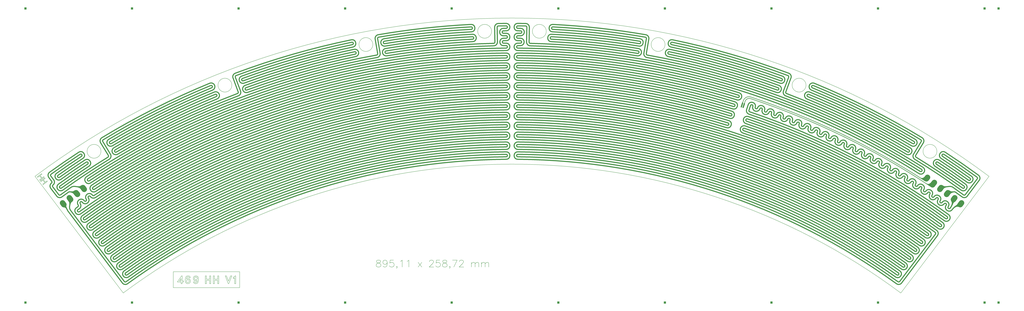
<source format=gbr>
%FSLAX36Y36*%
%MOIN*%
%SFA1.000B1.000*%

%MIA0B0*%
%IPPOS*%
%ADD10C,0.00100*%
%ADD11C,0.00200*%
%ADD12C,0.00400*%
%ADD13C,0.00800*%
%ADD14C,0.01969*%
%ADD15C,0.01600*%
%ADD16C,0.20472*%
%ADD18C,0.04724*%
%ADD20C,0.02362*%
%ADD38C,0.20473*%
%ADD44C,0.04134*%
%ADD45C,0.03976*%
%ADD47C,0.00984*%
%ADD62C,0.01000*%
%ADD68R,0.07874X0.07874*%
%LNcopper.469-hh-v*%
%LPD*%
G54D44*
X5150315Y2930325D03*
X5370720Y2637810D03*
X5317487Y2712275D03*
X5264254Y2786740D03*
X5203576Y2855880D03*
X5196076Y2339135D03*
X5269179Y2394223D03*
X5386398Y2310659D03*
X5332620Y2384731D03*
X5423953Y2563345D03*
X4090385Y5594229D03*
X4063109Y5962134D03*
X3974027Y6122792D03*
X2587546Y6104969D03*
X2633638Y5967754D03*
X2624630Y5903659D03*
X2578550Y6040858D03*
X2551526Y5848571D03*
X3994929Y4467211D03*
X4048316Y4392857D03*
X3259379Y5258407D03*
X3247382Y5173043D03*
X3127118Y5117444D03*
X3152238Y5067755D03*
X3177357Y5018066D03*
X3285105Y5027179D03*
X2999821Y5781036D03*
X2962504Y5527851D03*
X2946324Y5855311D03*
X2892827Y5929586D03*
X2839330Y6003862D03*
X2908539Y5601787D03*
X2845005Y5611211D03*
X2771901Y5556124D03*
X3300387Y5882710D03*
X3313680Y5709698D03*
X3205274Y5703081D03*
X3261977Y5716965D03*
X3713786Y5334157D03*
X3721100Y4834031D03*
X3660958Y4903531D03*
X3607525Y4977852D03*
X3500660Y5126495D03*
X3554093Y5052174D03*
X3607001Y5090117D03*
X3553745Y5164564D03*
X3564363Y5228386D03*
X3638987Y5281395D03*
X3941542Y4541566D03*
X3881330Y4611018D03*
X3827920Y4685356D03*
X3774510Y4759693D03*
X3565219Y5899246D03*
X3441112Y5916689D03*
X3788760Y5386670D03*
X3863908Y5438934D03*
X3939229Y5490949D03*
X4014721Y5542714D03*
X2508702Y6442562D03*
X2562229Y6368309D03*
X2551887Y6304389D03*
X2480318Y6247266D03*
X2874519Y6254167D03*
X2821473Y6328765D03*
X2768427Y6403363D03*
X2927565Y6179569D03*
X2660649Y6160057D03*
X3912647Y6740491D03*
X3862578Y6817118D03*
X3812508Y6893746D03*
X3872332Y6275019D03*
X3962716Y6663863D03*
X3923179Y6198906D03*
X3585624Y7182851D03*
X3685930Y7029705D03*
X3635777Y7106278D03*
X3736082Y6953131D03*
X4542450Y3733463D03*
X4709511Y3515345D03*
X4656198Y3589753D03*
X4602885Y3664160D03*
X4762825Y3440938D03*
X4435773Y3882241D03*
X4382435Y3956630D03*
X4322076Y4025984D03*
X4268713Y4100355D03*
X4215350Y4174727D03*
X4161987Y4249099D03*
X4101703Y4318502D03*
X4489111Y3807852D03*
X5043794Y3079215D03*
X4983200Y3148411D03*
X4929913Y3222837D03*
X4876625Y3297262D03*
X4823338Y3371688D03*
X5097055Y3004770D03*
X4164887Y5809963D03*
X4113998Y5886048D03*
X4153912Y5581975D03*
X4205176Y5506141D03*
X4215776Y5733877D03*
X4440158Y7721660D03*
X4786634Y7502919D03*
X4711968Y6922314D03*
X4393979Y7533055D03*
X4487633Y7643398D03*
X4692677Y7660040D03*
X4472240Y7580530D03*
X4739656Y7581479D03*
X4663992Y7000269D03*
X4679000Y7063204D03*
X4757626Y7110079D03*
X4833612Y7424358D03*
X4882591Y7346994D03*
X4929563Y7268429D03*
X4976535Y7189865D03*
X5023507Y7111300D03*
X8628580Y9328461D03*
X8698375Y9159217D03*
X8663477Y9243839D03*
X9483710Y9273770D03*
X8424705Y9739434D03*
X8529674Y9485682D03*
X8494684Y9570266D03*
X8459694Y9654850D03*
X8593682Y9413083D03*
X9365800Y10109791D03*
X9285245Y9933113D03*
X9370989Y9965154D03*
X9397841Y10024047D03*
X9451119Y9359307D03*
X9477696Y9418096D03*
X9602390Y10002143D03*
X9633887Y9916197D03*
X9563441Y9450137D03*
X9665384Y9830251D03*
X9696881Y9744306D03*
X9730567Y9659162D03*
X9762057Y9573213D03*
X9793547Y9487265D03*
X9825037Y9401317D03*
X13779366Y10906757D03*
X13797867Y10817111D03*
X13816368Y10727465D03*
X13674324Y11258919D03*
X13655725Y11348545D03*
X13760865Y10996404D03*
X13711522Y11079667D03*
X13692923Y11169293D03*
X14967333Y10754988D03*
X14629214Y10836247D03*
X14608208Y10693331D03*
X14592140Y10783445D03*
X14719430Y10851735D03*
X14952423Y10845301D03*
X14626398Y11393607D03*
X14536182Y11378119D03*
X14648273Y11536675D03*
X14663761Y11446459D03*
X14860637Y11386794D03*
X14875554Y11296482D03*
X14890471Y11206171D03*
X14905388Y11115859D03*
X14922604Y11025927D03*
X14937514Y10935614D03*
X18140319Y11280305D03*
X18135670Y11371722D03*
X18131021Y11463139D03*
X18126373Y11554556D03*
X18090270Y11644357D03*
X18085522Y11735769D03*
X18080774Y11827182D03*
X18076026Y11918594D03*
G54D45*
X34032379Y2930325D03*
X33865207Y2712275D03*
X33811974Y2637810D03*
X33796296Y2310659D03*
X33850074Y2384731D03*
X33758741Y2563345D03*
X33918440Y2786740D03*
X33979118Y2855880D03*
X33986618Y2339135D03*
X33913515Y2394223D03*
X19807763Y9302513D03*
G54D44*
X19374931D03*
G54D45*
X19806170Y6922519D03*
G54D44*
X19376524D03*
X19376488Y7654830D03*
X19374903Y7471738D03*
X19375704Y7380206D03*
X19376506Y7288674D03*
X19374084Y7197114D03*
X19374102Y7563270D03*
X19375710Y7014050D03*
X19374897Y7105582D03*
G54D45*
X19806206Y7654830D03*
X19808610Y7197114D03*
X19806189Y7288674D03*
X19806990Y7380206D03*
X19807791Y7471738D03*
X19808592Y7563270D03*
X19806984Y7014050D03*
X19807797Y7105582D03*
G54D44*
X19376454Y8387139D03*
X19374137Y8295581D03*
X19374915Y8204049D03*
X19375693Y8112517D03*
X19375687Y8478672D03*
X19374119Y7929426D03*
X19374909Y7837894D03*
X19375699Y7746362D03*
X19376471Y8020985D03*
G54D45*
X19807001Y8112517D03*
X19807779Y8204049D03*
X19808558Y8295581D03*
X19806240Y8387139D03*
X19807007Y8478672D03*
X19806996Y7746362D03*
X19807785Y7837894D03*
X19808575Y7929426D03*
X19806223Y8020985D03*
G54D44*
X19375677Y9210980D03*
X19376423Y9119448D03*
X19374169Y9027891D03*
X19375682Y8844826D03*
X19376438Y8753294D03*
X19374153Y8661736D03*
X19374920Y8570204D03*
X19374926Y8936358D03*
G54D45*
X19808525Y9027891D03*
X19806272Y9119448D03*
X19807017Y9210980D03*
X19807774Y8570204D03*
X19808541Y8661736D03*
X19806256Y8753294D03*
X19807012Y8844826D03*
X19807769Y8936358D03*
X19808479Y10126352D03*
G54D44*
X19374215D03*
X19374941Y10034820D03*
X19375667Y9943287D03*
X19374200Y9760199D03*
X19374936Y9668666D03*
X19375672Y9577134D03*
X19376407Y9485601D03*
X19374185Y9394045D03*
X19376393Y9851755D03*
G54D45*
X19807027Y9943287D03*
X19807753Y10034820D03*
X19806287Y9485601D03*
X19807023Y9577134D03*
X19807758Y9668666D03*
X19808494Y9760199D03*
X19808509Y9394045D03*
X19806302Y9851755D03*
G54D44*
X19374244Y10858658D03*
X19375657Y10675593D03*
X19376364Y10584060D03*
X19374229Y10492505D03*
X19374946Y10400973D03*
X19376378Y10217908D03*
X19375662Y10309440D03*
X19374950Y10767126D03*
G54D45*
X19808451Y10858658D03*
X19807749Y10400973D03*
X19808465Y10492505D03*
X19806330Y10584060D03*
X19807037Y10675593D03*
X19806316Y10217908D03*
X19807032Y10309440D03*
X19807744Y10767126D03*
G54D44*
X18960252Y11264167D03*
X18917750Y11126110D03*
X18915578Y11217620D03*
X19051774Y11265752D03*
X19274742Y11590043D03*
X19275747Y11498513D03*
X19279083Y11407008D03*
X19280080Y11315478D03*
X19282074Y11132418D03*
X19281077Y11223948D03*
X19273738Y11681572D03*
X18950735Y11813885D03*
X19042256Y11815469D03*
X19085640Y11953544D03*
X19087225Y11862023D03*
X19272733Y11773102D03*
X19374271Y11590963D03*
X19374959Y11499430D03*
X19375648Y11407898D03*
X19376337Y11316365D03*
X19374955Y11133278D03*
X19375653Y11041745D03*
X19376350Y10950213D03*
X19374257Y11224811D03*
X19376324Y11682517D03*
G54D45*
X19808424Y11590963D03*
X19807735Y11499430D03*
X19807046Y11407898D03*
X19806357Y11316365D03*
X19902614Y11315478D03*
X19903612Y11407008D03*
X19906947Y11498513D03*
X19907952Y11590043D03*
X19807739Y11133278D03*
X19807042Y11041745D03*
X19806344Y10950213D03*
X19900620Y11132418D03*
X19808437Y11224811D03*
X19901617Y11223948D03*
X19908956Y11681572D03*
X19806370Y11682517D03*
G54D44*
X19374284Y11957115D03*
X19374964Y11865582D03*
X19375644Y11774050D03*
G54D45*
X19909961Y11773102D03*
X19807050Y11774050D03*
X19807731Y11865582D03*
X19808411Y11957115D03*
X20130920Y11265752D03*
X20222442Y11264167D03*
X20264945Y11126110D03*
X20267117Y11217620D03*
X20097054Y11953544D03*
X20095469Y11862023D03*
X20140438Y11815469D03*
X20231959Y11813885D03*
X21042376Y11280305D03*
X21047024Y11371722D03*
X21051673Y11463139D03*
X21056322Y11554556D03*
X21092424Y11644357D03*
X21097172Y11735769D03*
X21101920Y11827182D03*
X21106668Y11918594D03*
X24230271Y10845301D03*
X24215361Y10754988D03*
X24307140Y11296482D03*
X24322057Y11386794D03*
X24245180Y10935614D03*
X24260090Y11025927D03*
X24277307Y11115859D03*
X24292223Y11206171D03*
X27955028Y9298860D03*
X27656702Y8529053D03*
X27515773Y8093590D03*
X27543085Y8180955D03*
X27570397Y8268321D03*
X27597710Y8355687D03*
X27629375Y8441692D03*
X27684029Y8616414D03*
X27711356Y8703775D03*
X27825002Y9051862D03*
X27900029Y9124246D03*
X27927529Y9211553D03*
X27742977Y8789792D03*
X27770319Y8877149D03*
X27797660Y8964506D03*
X28319920Y8505521D03*
X28290544Y8418827D03*
X28261169Y8332133D03*
X28231794Y8245439D03*
X28206317Y8157424D03*
X28176928Y8070735D03*
X28147540Y7984045D03*
X28118151Y7897356D03*
G54D14*
X28411728Y9230044D03*
G54D45*
X28402902Y8912185D03*
G54D14*
X28404338Y9170258D03*
X28177036Y8984655D03*
X28109668Y9006645D03*
X28137462Y9091794D03*
X28204808Y9069734D03*
G54D45*
X28259322Y8767287D03*
X28346118Y8738214D03*
X28374798Y8680220D03*
X28345436Y8593522D03*
X28315914Y8940677D03*
X28749100Y8793003D03*
X28662696Y8823219D03*
X28576193Y8853149D03*
X28489590Y8882793D03*
X29522092Y8508210D03*
X29093700Y8669276D03*
X29007704Y8700636D03*
X28921605Y8731711D03*
X28835403Y8762500D03*
X29436629Y8540991D03*
X29351056Y8573488D03*
X29265417Y8605809D03*
X29179631Y8637738D03*
X29862848Y8374258D03*
X29777826Y8408170D03*
X29692692Y8441799D03*
X29607448Y8475146D03*
X30201797Y8235800D03*
X30117232Y8270836D03*
X30032552Y8305591D03*
X29947757Y8340065D03*
X29698984Y9273770D03*
X25403328Y10906757D03*
X24463264Y10851735D03*
X24553480Y10836247D03*
X24574486Y10693331D03*
X24590554Y10783445D03*
X25384827Y10817111D03*
X25366326Y10727465D03*
X24534422Y11536675D03*
X24518933Y11446459D03*
X24556296Y11393607D03*
X24646512Y11378119D03*
X25508370Y11258919D03*
X25526969Y11348545D03*
X25421830Y10996404D03*
X25471173Y11079667D03*
X25489771Y11169293D03*
X27982527Y9386167D03*
X29517310Y9830251D03*
X29389147Y9487265D03*
X29420637Y9573213D03*
X29452127Y9659162D03*
X29485813Y9744306D03*
X29357657Y9401317D03*
X29816894Y10109791D03*
X29548807Y9916197D03*
X29580304Y10002143D03*
X29784853Y10024047D03*
X29811705Y9965154D03*
X29619253Y9450137D03*
X29731575Y9359307D03*
X29704998Y9418096D03*
X29897449Y9933113D03*
X30554115Y9328461D03*
X33161336Y6791143D03*
X31703125Y7557636D03*
X31373037Y7716063D03*
X31538343Y7637397D03*
X31455756Y7676867D03*
X31620800Y7597653D03*
X30957520Y7907918D03*
X30538880Y8092859D03*
X30454788Y8129013D03*
X30370575Y8164888D03*
X30286245Y8200484D03*
X30874038Y7945461D03*
X30790432Y7982727D03*
X30706703Y8019715D03*
X30622852Y8056426D03*
X30484319Y9159217D03*
X30519217Y9243839D03*
X31290189Y7754984D03*
X31207212Y7793631D03*
X31124108Y7832002D03*
X31040877Y7870098D03*
X32437949Y7185267D03*
X32031083Y7394847D03*
X31949297Y7435951D03*
X31867374Y7476785D03*
X31785317Y7517347D03*
X32356854Y7227722D03*
X32275620Y7269908D03*
X32194246Y7311825D03*
X32112734Y7353471D03*
X32921518Y6924914D03*
X33081545Y6835998D03*
X33001605Y6880588D03*
X32760905Y7012766D03*
X32680380Y7056293D03*
X32599713Y7099552D03*
X32518901Y7142544D03*
X32841284Y6968973D03*
G54D14*
X34853614Y6118444D03*
G54D45*
X34252782Y3222837D03*
X34138900Y3079215D03*
X34199494Y3148411D03*
X34085639Y3004770D03*
X34473183Y3515345D03*
X34526496Y3589753D03*
X34579809Y3664160D03*
X34306069Y3297262D03*
X34359356Y3371688D03*
X34419870Y3440938D03*
X34571239Y5939048D03*
X34494265Y5988582D03*
X34417127Y6037861D03*
X34339826Y6086883D03*
X35446583Y4505946D03*
X35308908Y4093873D03*
X34640244Y3733463D03*
X34967344Y4174727D03*
X34800260Y3956630D03*
X34860618Y4025984D03*
X34913981Y4100355D03*
X34693583Y3807852D03*
X34746921Y3882241D03*
X35020707Y4249099D03*
X35235804Y4148960D03*
X35226196Y4213500D03*
X35280084Y4287493D03*
X35392679Y4431966D03*
X35331790Y5429778D03*
X34953625Y5687565D03*
G54D14*
X34901654Y6016346D03*
G54D45*
X34801172Y5788918D03*
X34724694Y5839216D03*
X34648049Y5889259D03*
X34877482Y5738368D03*
G54D14*
X35075226Y5901219D03*
G54D45*
X35256500Y5481836D03*
X35181037Y5533645D03*
X35105404Y5585203D03*
X35029599Y5636510D03*
X35481851Y5324914D03*
X35705630Y5165759D03*
X35631213Y5219058D03*
X35556620Y5272110D03*
X35500487Y4579927D03*
X35613049Y4724423D03*
X35666969Y4798392D03*
X35720889Y4872361D03*
X35853999Y5058514D03*
X35779937Y5112305D03*
G54D18*
X35951505Y5157431D03*
X35849917Y5235645D03*
G54D45*
X35406907Y5377471D03*
X35882307Y5882710D03*
X35741582Y5916689D03*
X35977420Y5703081D03*
X35920717Y5716965D03*
X33872644Y6375613D03*
X33320471Y6700640D03*
X33240979Y6746023D03*
X33479002Y6609084D03*
X33399813Y6654993D03*
X33794226Y6422829D03*
X33715653Y6469784D03*
X33636923Y6516479D03*
X33558040Y6562912D03*
X34470726Y6922314D03*
X34106953Y6232410D03*
X34029009Y6280403D03*
X33950905Y6328138D03*
X34184738Y6184158D03*
X34262362Y6135649D03*
X34253131Y7268429D03*
X34206159Y7189865D03*
X34159188Y7111300D03*
X34490017Y7660040D03*
X34300103Y7346994D03*
X34349082Y7424358D03*
X34396060Y7502919D03*
X34443039Y7581479D03*
X34503694Y7063204D03*
X34518702Y7000269D03*
X34425530Y7110840D03*
X34742536Y7721660D03*
X35320117Y6817118D03*
G54D14*
X34673562Y6235030D03*
G54D45*
X34770144Y6627077D03*
X34721044Y6549824D03*
X34671944Y6472572D03*
X34622844Y6395320D03*
X35270047Y6740491D03*
X35219978Y6663863D03*
X34695061Y7643398D03*
X34788716Y7533055D03*
X34710454Y7580530D03*
X35370186Y6893746D03*
X35597070Y7182851D03*
X35446612Y6953131D03*
X35496764Y7029705D03*
X35546917Y7106278D03*
X30589012Y9413083D03*
X30653020Y9485682D03*
X30688010Y9570266D03*
X30723000Y9654850D03*
X30757989Y9739434D03*
X36403219Y6073557D03*
X36410793Y5556124D03*
X36343364Y6003862D03*
X36289868Y5929586D03*
X36236371Y5855311D03*
X36182874Y5781036D03*
X36337690Y5611211D03*
X36220190Y5527851D03*
X36274155Y5601787D03*
X36768884Y6260606D03*
X36778439Y6196105D03*
X36563770Y6296339D03*
X36456736Y6147818D03*
X36510253Y6222078D03*
X36822878Y6334521D03*
X36851542Y6141018D03*
G54D62*
X5228883Y1968504D03*
X1971004Y6291856D03*
X33953811Y1968504D03*
X37211690Y6291856D03*
G54D68*
X1616673Y12509103D03*
X5553681D03*
X9490689D03*
X13427697D03*
X17364705D03*
X21301713D03*
X25238720D03*
X29175728D03*
X33112736D03*
X37049744D03*
X37566021D03*
X1616673Y1614173D03*
X5553681D03*
X9490689D03*
X13427697D03*
X17364705D03*
X21301713D03*
X25238720D03*
X29175728D03*
X33112736D03*
X37049744D03*
X37566021D03*
G54D44*
X3313680Y5709698D02*
G01X3261977Y5716965D01*
Y5716965D02*
G75*
G03X3205274Y5703080I-10958J-77974D01*
Y5703081D02*
G03X2962504Y5527852I16386074J-22957761D01*
X2771901Y5556124D02*
G03X2962504Y5527851I109655J82631D01*
X2771901Y5556124D02*
G01X2551526Y5848571D01*
X2578550Y6040858D02*
G03X2551526Y5848571I82631J-109655D01*
X2578550Y6040858D02*
G03X2587546Y6104969I-27593J36558D01*
Y6104969D02*
G01X2480318Y6247266D01*
X2508702Y6442562D02*
G03X2480318Y6247266I80291J-111380D01*
X3585624Y7182851D02*
G03X2508701Y6442563I16005723J-24437526D01*
X3736082Y6953131D02*
G03X3585624Y7182851I-75229J114860D01*
X3736082Y6953131D02*
G03X2821473Y6328765I15855267J-24207810D01*
Y6328765D02*
G03X2874519Y6254167I26523J-37299D01*
X3812508Y6893746D02*
G03X2874519Y6254167I15778839J-24148420D01*
X3962716Y6663863D02*
G03X3812508Y6893745I-75104J114941D01*
X3962716Y6663863D02*
G03X2892827Y5929587I15628630J-23918540D01*
Y5929586D02*
G03X2946324Y5855311I26748J-37138D01*
X4663992Y7000269D02*
G03X2946324Y5855311I14927355J-24254946D01*
X4663992Y7000269D02*
G03X4679000Y7063204I-23988J38977D01*
Y7063204D02*
G01X4393979Y7533055D01*
X4440158Y7721660D02*
G03X4393979Y7533055I71213J-117392D01*
X8424705Y9739434D02*
G03X4440158Y7721660I11166642J-26994110D01*
X8529674Y9485682D02*
G03X8424705Y9739434I-52484J126876D01*
X8529674Y9485682D02*
G03X4739656Y7581480I11061672J-26740358D01*
Y7581479D02*
G03X4786634Y7502919I23489J-39280D01*
X8593682Y9413083D02*
G03X4786634Y7502919I10997665J-26667759D01*
X8698375Y9159217D02*
G03X8593682Y9413083I-52346J126933D01*
X8698375Y9159217D02*
G03X4929563Y7268429I10892972J-26413894D01*
Y7268429D02*
G03X4976535Y7189865I23486J-39282D01*
X9451119Y9359307D02*
G03X4976535Y7189865I10140229J-26613983D01*
X9451119Y9359307D02*
G03X9477696Y9418096I-16295J42768D01*
Y9418096D02*
G01X9285245Y9933113D01*
X9365800Y10109791D02*
G03X9285245Y9933113I48062J-128617D01*
X13655725Y11348545D02*
G03X9365800Y10109791I5935622J-28603221D01*
X13711522Y11079667D02*
G03X13655725Y11348545I-27899J134439D01*
X13711522Y11079667D02*
G03X9633887Y9916197I5879825J-28334343D01*
Y9916197D02*
G03X9665384Y9830251I15748J-42973D01*
X13760865Y10996404D02*
G03X9665384Y9830251I5830482J-28251081D01*
X13816368Y10727465D02*
G03X13760865Y10996404I-27751J134470D01*
X13816368Y10727465D02*
G03X9762057Y9573213I5774979J-27982142D01*
Y9573213D02*
G03X9793547Y9487265I15745J-42974D01*
X14592140Y10783445D02*
G03X9793547Y9487265I4999207J-28038122D01*
X14592140Y10783445D02*
G03X14629214Y10836247I-8034J45057D01*
Y10836247D02*
G01X14536182Y11378119D01*
X14648273Y11536675D02*
G03X14536182Y11378119I23232J-135323D01*
X18076026Y11918594D02*
G03X14648273Y11536675I1515321J-29173270D01*
X18090270Y11644357D02*
G03X18076026Y11918594I-7122J137118D01*
X18090270Y11644357D02*
G03X14875554Y11296482I1501076J-28899034D01*
Y11296482D02*
G03X14890471Y11206170I7458J-45156D01*
X18126373Y11554556D02*
G03X14890471Y11206170I1464975J-28809231D01*
X18140319Y11280305D02*
G03X18126373Y11554555I-6973J137125D01*
X18140319Y11280305D02*
G03X14937514Y10935614I1451028J-28534980D01*
Y10935614D02*
G03X14952423Y10845301I7454J-45157D01*
X18915578Y11217620D02*
G03X14952423Y10845301I675769J-28472295D01*
X18915578Y11217620D02*
G03X18960252Y11264167I-1087J45754D01*
Y11264167D02*
G01X18950735Y11813885D01*
X19085640Y11953544D02*
G03X18950735Y11813885I2377J-137282D01*
X19374284Y11957115D02*
G03X19085640Y11953544I217061J-29211788D01*
X19376324Y11682517D02*
G03X19374284Y11957115I-1020J137299D01*
X19376324Y11682517D02*
G03X19273738Y11681573I215037J-28937183D01*
Y11681572D02*
G03X19274742Y11590043I502J-45765D01*
X19374271Y11590963D02*
G03X19274742Y11590042I217091J-28845639D01*
X19376337Y11316365D02*
G03X19374271Y11590963I-1033J137299D01*
X19376337Y11316365D02*
G03X19280080Y11315478I215003J-28571015D01*
Y11315478D02*
G03X19281077Y11223948I499J-45765D01*
X19374257Y11224811D02*
G03X19281077Y11223948I217080J-28479477D01*
X19376350Y10950213D02*
G03X19374257Y11224811I-1046J137299D01*
X19376350Y10950213D02*
G03X3923179Y6198906I214997J-28204889D01*
Y6198906D02*
G03X3974027Y6122792I25424J-38057D01*
X19374244Y10858658D02*
G03X3974027Y6122792I217103J-28113335D01*
X19376364Y10584060D02*
G03X19374244Y10858658I-1060J137299D01*
X19376364Y10584060D02*
G03X4113998Y5886048I214983J-27838737D01*
Y5886048D02*
G03X4164887Y5809963I25444J-38043D01*
X19374229Y10492505D02*
G03X4164887Y5809962I217118J-27747181D01*
X19376378Y10217908D02*
G03X19374229Y10492505I-1075J137298D01*
X19376378Y10217908D02*
G03X4205176Y5506141I214969J-27472584D01*
X4014721Y5542714D02*
G03X4205176Y5506141I113559J77178D01*
X4014721Y5542714D02*
G03X3939229Y5490949I-37746J-25883D01*
X3713786Y5334157D02*
G03X3939230Y5490949I112722J78396D01*
X3713786Y5334157D02*
G03X3638987Y5281395I-37400J-26381D01*
X3607001Y5090117D02*
G03X3638987Y5281395I-79884J111672D01*
X3607001Y5090117D02*
G03X3554093Y5052174I15984356J-22344770D01*
Y5052174D02*
G03X3607525Y4977852I26716J-37161D01*
X19374215Y10126352D02*
G03X3607525Y4977852I217132J-27381029D01*
X19376393Y9851755D02*
G03X19374215Y10126352I-1089J137298D01*
X19376393Y9851755D02*
G03X3774510Y4759693I214954J-27106431D01*
Y4759693D02*
G03X3827920Y4685355I26705J-37169D01*
X19374200Y9760199D02*
G03X3827920Y4685356I217147J-27014875D01*
X19376407Y9485601D02*
G03X19374200Y9760199I-1103J137299D01*
X19376407Y9485601D02*
G03X3994929Y4467211I214940J-26740278D01*
Y4467211D02*
G03X4048316Y4392857I26693J-37177D01*
X19374185Y9394045D02*
G03X4048316Y4392857I217162J-26648721D01*
X19376423Y9119448D02*
G03X19374185Y9394045I-1119J137298D01*
X19376423Y9119448D02*
G03X4215350Y4174727I214924J-26374124D01*
Y4174727D02*
G03X4268713Y4100355I26681J-37186D01*
X19374169Y9027891D02*
G03X4268713Y4100356I217178J-26282568D01*
X19376438Y8753294D02*
G03X19374169Y9027891I-1135J137298D01*
X19376438Y8753294D02*
G03X4435773Y3882241I214909J-26007970D01*
Y3882241D02*
G03X4489111Y3807852I26669J-37195D01*
X19374153Y8661736D02*
G03X4489111Y3807851I217194J-25916412D01*
X19376454Y8387139D02*
G03X19374153Y8661736I-1151J137298D01*
X19376454Y8387139D02*
G03X4656198Y3589752I214893J-25641816D01*
Y3589753D02*
G03X4709511Y3515344I26657J-37204D01*
X19374137Y8295581D02*
G03X4709511Y3515345I217210J-25550258D01*
X19376471Y8020985D02*
G03X19374137Y8295581I-1167J137298D01*
X19376471Y8020985D02*
G03X4876625Y3297262I214876J-25275661D01*
Y3297262D02*
G03X4929913Y3222837I26644J-37213D01*
X19374119Y7929426D02*
G03X4929913Y3222837I217228J-25184102D01*
X19376488Y7654830D02*
G03X19374119Y7929426I-1185J137298D01*
X19376488Y7654830D02*
G03X5097055Y3004770I214859J-24909506D01*
Y3004770D02*
G03X5150315Y2930325I26630J-37223D01*
X19374102Y7563270D02*
G03X5150315Y2930325I217245J-24817947D01*
X19376506Y7288674D02*
G03X19374102Y7563270I-1202J137298D01*
X19376506Y7288674D02*
G03X5317487Y2712275I214841J-24543351D01*
Y2712275D02*
G03X5370720Y2637810I26616J-37233D01*
X19374084Y7197114D02*
G03X5370720Y2637810I217263J-24451791D01*
X19376524Y6922519D02*
G03X19374084Y7197114I-1220J137297D01*
X19376524Y6922519D02*
G03X5386398Y2310659I214823J-24177195D01*
X5196076Y2339135D02*
G03X5386398Y2310659I109655J82632D01*
X5196076Y2339135D02*
G01X3177357Y5018066D01*
X3152238Y5067755D02*
G03X3177357Y5018066I150888J45085D01*
X3152238Y5067755D02*
G03X3127119Y5117444I-150889J-45085D01*
X3565219Y5899246D02*
G01X3441112Y5916689D01*
Y5916689D02*
G03X3300387Y5882710I-27396J-194935D01*
Y5882710D02*
G03X2908539Y5601787I16290958J-23137384D01*
X2845005Y5611211D02*
G03X2908539Y5601787I36551J27544D01*
X2845005Y5611211D02*
G01X2624630Y5903659D01*
X2633638Y5967754D02*
G03X2624630Y5903659I27544J-36551D01*
X2633638Y5967754D02*
G03X2660649Y6160057I-82680J109662D01*
Y6160057D02*
G01X2551887Y6304389D01*
X2562229Y6368309D02*
G03X2551887Y6304389I26764J-37127D01*
X3635777Y7106278D02*
G03X2562229Y6368309I15955568J-24360955D01*
X3685930Y7029705D02*
G03X3635777Y7106278I-25077J38286D01*
X3685930Y7029705D02*
G03X2768427Y6403363I15905415J-24284379D01*
Y6403363D02*
G03X2927565Y6179569I79569J-111897D01*
X3862578Y6817118D02*
G03X2927565Y6179569I15728769J-24071793D01*
X3912647Y6740491D02*
G03X3862578Y6817118I-25034J38313D01*
X3912647Y6740491D02*
G03X2839330Y6003862I15678701J-23995166D01*
Y6003862D02*
G03X2999821Y5781036I80245J-111413D01*
X4711968Y6922314D02*
G03X2999821Y5781036I14879379J-24176988D01*
X4711968Y6922314D02*
G03X4757626Y7110079I-71965J116933D01*
Y7110079D02*
G01X4472240Y7580530D01*
X4487633Y7643398D02*
G03X4472240Y7580530I23738J-39131D01*
X8459694Y9654850D02*
G03X4487633Y7643398I11131653J-26909527D01*
X8494684Y9570266D02*
G03X8459694Y9654850I-17495J42292D01*
X8494684Y9570266D02*
G03X4692677Y7660040I11096662J-26824942D01*
Y7660040D02*
G03X4833612Y7424358I70467J-117841D01*
X8628580Y9328461D02*
G03X4833612Y7424358I10962767J-26583138D01*
X8663477Y9243839D02*
G03X8628580Y9328461I-17448J42311D01*
X8663477Y9243839D02*
G03X4882591Y7346994I10927870J-26498516D01*
Y7346994D02*
G03X5023507Y7111300I70458J-117847D01*
X9483710Y9273770D02*
G03X5023507Y7111300I10107638J-26528447D01*
X9483710Y9273770D02*
G03X9563441Y9450137I-48886J128306D01*
Y9450137D02*
G01X9370989Y9965154D01*
X9397841Y10024047D02*
G03X9370989Y9965154I16020J-42872D01*
X13674324Y11258919D02*
G03X9397841Y10024046I5917023J-28513595D01*
X13692923Y11169293D02*
G03X13674324Y11258919I-9300J44813D01*
X13692923Y11169293D02*
G03X9602390Y10002143I5898424J-28423969D01*
Y10002143D02*
G03X9696881Y9744305I47245J-128919D01*
X13779366Y10906757D02*
G03X9696881Y9744305I5811981J-28161433D01*
X13797867Y10817111D02*
G03X13779366Y10906757I-9250J44823D01*
X13797867Y10817111D02*
G03X9730567Y9659162I5793480J-28071787D01*
Y9659162D02*
G03X9825037Y9401317I47235J-128923D01*
X14608208Y10693331D02*
G03X9825037Y9401317I4983139J-27948007D01*
X14608208Y10693331D02*
G03X14719430Y10851735I-24101J135171D01*
Y10851735D02*
G01X14626398Y11393607D01*
X14663761Y11446459D02*
G03X14626398Y11393607I7745J-45108D01*
X18080774Y11827182D02*
G03X14663761Y11446460I1510572J-29081858D01*
X18085522Y11735769D02*
G03X18080774Y11827183I-2374J45707D01*
X18085522Y11735769D02*
G03X14860637Y11386794I1505824J-28990445D01*
Y11386794D02*
G03X14905388Y11115859I22375J-135468D01*
X18131021Y11463139D02*
G03X14905388Y11115859I1460327J-28717814D01*
X18135670Y11371722D02*
G03X18131021Y11463139I-2324J45708D01*
X18135670Y11371722D02*
G03X14922604Y11025927I1455677J-28626398D01*
Y11025927D02*
G03X14967333Y10754987I22364J-135470D01*
X18917750Y11126110D02*
G03X14967333Y10754987I673597J-28380786D01*
X18917750Y11126110D02*
G03X19051774Y11265752I-3258J137264D01*
Y11265752D02*
G01X19042256Y11815469D01*
X19087225Y11862023D02*
G03X19042256Y11815469I792J-45761D01*
X19374964Y11865582D02*
G03X19087225Y11862022I216388J-29120252D01*
X19375644Y11774050D02*
G03X19374964Y11865582I-340J45766D01*
X19375644Y11774050D02*
G03X19272733Y11773103I215708J-29028743D01*
Y11773102D02*
G03X19275747Y11498513I1507J-137294D01*
X19374959Y11499430D02*
G03X19275747Y11498512I216366J-28754103D01*
X19375648Y11407898D02*
G03X19374959Y11499430I-345J45766D01*
X19375648Y11407898D02*
G03X19279083Y11407009I215696J-28662570D01*
Y11407008D02*
G03X19282074Y11132418I1496J-137295D01*
X19374955Y11133278D02*
G03X19282074Y11132418I216387J-28387939D01*
X19375653Y11041745D02*
G03X19374955Y11133278I-349J45766D01*
X19375653Y11041745D02*
G03X3872332Y6275019I215694J-28296422D01*
Y6275019D02*
G03X4024874Y6046679I76271J-114170D01*
X19374950Y10767126D02*
G03X4024874Y6046679I216397J-28021802D01*
X19375657Y10675593D02*
G03X19374950Y10767127I-354J45767D01*
X19375657Y10675593D02*
G03X4063109Y5962134I215690J-27930269D01*
Y5962134D02*
G03X4215776Y5733877I76333J-114129D01*
X19374946Y10400973D02*
G03X4215776Y5733877I216401J-27655649D01*
X19375662Y10309440D02*
G03X19374946Y10400973I-358J45766D01*
X19375662Y10309440D02*
G03X4153912Y5581975I215685J-27564117D01*
X4090385Y5594229D02*
G03X4153912Y5581975I37895J25663D01*
X4090385Y5594229D02*
G03X3863909Y5438935I-113238J-77647D01*
X3788760Y5386670D02*
G03X3863908Y5438934I37574J26132D01*
X3788760Y5386670D02*
G03X3564363Y5228386I-112199J-79142D01*
X3553745Y5164564D02*
G03X3564363Y5228386I-26628J37224D01*
X3553745Y5164564D02*
G03X3500660Y5126495I16037583J-22419242D01*
Y5126495D02*
G03X3660958Y4903531I80149J-111482D01*
X19374941Y10034820D02*
G03X3660958Y4903531I216406J-27289496D01*
X19375667Y9943287D02*
G03X19374941Y10034821I-363J45767D01*
X19375667Y9943287D02*
G03X3721100Y4834031I215680J-27197964D01*
Y4834031D02*
G03X3881330Y4611018I80115J-111507D01*
X19374936Y9668666D02*
G03X3881330Y4611017I216411J-26923342D01*
X19375672Y9577134D02*
G03X19374936Y9668666I-368J45766D01*
X19375672Y9577134D02*
G03X3941542Y4541566I215675J-26831810D01*
Y4541566D02*
G03X4101703Y4318502I80080J-111532D01*
X19374931Y9302513D02*
G03X4101702Y4318503I216416J-26557190D01*
X19375677Y9210980D02*
G03X19374931Y9302514I-373J45767D01*
X19375677Y9210980D02*
G03X4161987Y4249099I215670J-26465657D01*
Y4249099D02*
G03X4322075Y4025985I80044J-111557D01*
X19374926Y8936358D02*
G03X4322076Y4025984I216421J-26191034D01*
X19375682Y8844826D02*
G03X19374926Y8936358I-378J45766D01*
X19375682Y8844826D02*
G03X4382435Y3956630I215665J-26099503D01*
Y3956630D02*
G03X4542450Y3733463I80007J-111584D01*
X19374920Y8570204D02*
G03X4542450Y3733463I216427J-25824880D01*
X19375687Y8478672D02*
G03X19374920Y8570204I-384J45766D01*
X19375687Y8478672D02*
G03X4602885Y3664160I215660J-25733348D01*
Y3664160D02*
G03X4762825Y3440938I79970J-111611D01*
X19374915Y8204049D02*
G03X4762825Y3440938I216433J-25458726D01*
X19375693Y8112517D02*
G03X19374915Y8204049I-389J45766D01*
X19375693Y8112517D02*
G03X4823338Y3371688I215654J-25367194D01*
Y3371688D02*
G03X4983200Y3148411I79931J-111639D01*
X19374909Y7837894D02*
G03X4983200Y3148411I216438J-25092570D01*
X19375699Y7746362D02*
G03X19374909Y7837894I-395J45766D01*
X19375699Y7746362D02*
G03X5043794Y3079215I215648J-25001038D01*
Y3079215D02*
G03X5203576Y2855880I79891J-111668D01*
X19374903Y7471738D02*
G03X5203576Y2855880I216444J-24726414D01*
X19375704Y7380206D02*
G03X19374903Y7471738I-400J45766D01*
X19375704Y7380206D02*
G03X5264254Y2786740I215643J-24634883D01*
Y2786740D02*
G03X5423953Y2563345I79849J-111697D01*
X19374897Y7105582D02*
G03X5423953Y2563345I216450J-24360259D01*
X19375710Y7014050D02*
G03X19374897Y7105582I-406J45766D01*
X19375710Y7014050D02*
G03X5332620Y2384730I215637J-24268727D01*
X5269179Y2394223D02*
G03X5332620Y2384731I36552J27544D01*
X5269179Y2394223D02*
G01X3285105Y5027179D01*
X3247382Y5173043D02*
G03X3285105Y5027179I194935J-27396D01*
X3247382Y5173043D02*
G01X3259379Y5258407D01*
G54D18*
X3422611Y5641380D02*
G03X3313680Y5709699I-130848J-87629D01*
Y5709698D02*
G01X3488035Y5685194D01*
X3313680Y5709698D02*
G03X3437222Y5745345I21917J155948D01*
G54D16*
X3283883Y5432762D02*
G01X3236496Y5495646D01*
G54D18*
X3327697Y5367338D02*
G03X3259379Y5258407I87630J-130848D01*
Y5258407D02*
G01X3283883Y5432762D01*
X3259379Y5258407D02*
G03X3223732Y5381949I-155948J21917D01*
G54D16*
X3032344Y5243213D02*
G01X2984957Y5306098D01*
G54D18*
X3127118Y5117444D02*
G03X3032523Y5164474I-94327J-71080D01*
X3107985Y5221338D02*
G03X3127119Y5117444I113461J-32813D01*
X3127118D02*
G01X3032344Y5243214D01*
G54D20*
X3271190Y5258406D02*
G03X3271190Y5258406I-11811D01*
G54D18*
X3565219Y5899246D02*
G03X3688761Y5934893I21917J155948D01*
X3565218Y5899246D02*
G01X3739573Y5874742D01*
G54D38*
X3786960Y5811858D02*
G01X3739573Y5874742D01*
G54D18*
X3674149Y5830928D02*
G03X3565219Y5899246I-130848J-87629D01*
G54D16*
X3535421Y5622310D02*
G01X3488035Y5685194D01*
G54D45*
X35617476Y5899246D02*
G01X35741582Y5916689D01*
X35882307Y5882710D02*
G03X35741582Y5916689I-113329J-160956D01*
X36274155Y5601787D02*
G03X35882307Y5882710I-16682806J-22856461D01*
X36274155Y5601787D02*
G03X36337690Y5611211I26983J36968D01*
Y5611211D02*
G01X36778439Y6196105D01*
Y6196105D02*
G03X36768884Y6260606I-36552J27543D01*
Y6260606D02*
G03X35546917Y7106278I-17177537J-23515282D01*
Y7106278D02*
G03X35496764Y7029705I-25076J-38287D01*
X36563770Y6296339D02*
G03X35496764Y7029705I-16972422J-23551013D01*
X36403219Y6073557D02*
G03X36563770Y6296339I80275J111391D01*
X36403219Y6073557D02*
G03X35320117Y6817118I-16811870J-23328232D01*
Y6817118D02*
G03X35270046Y6740490I-25035J-38314D01*
X36343364Y6003862D02*
G03X35270047Y6740491I-16752018J-23258540D01*
X36182874Y5781036D02*
G03X36343364Y6003862I80245J111413D01*
X36182874Y5781036D02*
G03X34470726Y6922314I-16591526J-23035712D01*
X34425530Y7110840D02*
G03X34470726Y6922314I117161J-71593D01*
X34425530Y7110840D02*
G01X34710454Y7580530D01*
Y7580530D02*
G03X34695061Y7643398I-39131J23737D01*
Y7643398D02*
G03X30723000Y9654850I-15103714J-24898075D01*
Y9654850D02*
G03X30688010Y9570266I-17495J-42292D01*
X34490017Y7660040D02*
G03X30688010Y9570266I-14898669J-24914716D01*
X34349082Y7424358D02*
G03X34490017Y7660040I70468J117841D01*
X34349082Y7424358D02*
G03X30554115Y9328461I-14757735J-24679035D01*
Y9328461D02*
G03X30519217Y9243839I-17449J-42311D01*
X34300103Y7346994D02*
G03X30519217Y9243839I-14708756J-24601671D01*
X34159188Y7111300D02*
G03X34300103Y7346994I70457J117847D01*
X34159188Y7111300D02*
G03X29698984Y9273770I-14567841J-24365977D01*
X29619253Y9450137D02*
G03X29698984Y9273770I128617J-48061D01*
X29619253Y9450137D02*
G01X29811705Y9965154D01*
Y9965154D02*
G03X29784853Y10024047I-42872J16021D01*
Y10024047D02*
G03X25508370Y11258920I-10193506J-27278723D01*
Y11258919D02*
G03X25489771Y11169293I-9299J-44813D01*
X29580304Y10002143D02*
G03X25489771Y11169293I-9988957J-27256820D01*
X29485813Y9744306D02*
G03X29580304Y10002143I47245J128918D01*
X29485813Y9744306D02*
G03X25403328Y10906758I-9894466J-26998982D01*
Y10906757D02*
G03X25384827Y10817111I-9251J-44823D01*
X29452127Y9659162D02*
G03X25384827Y10817111I-9860780J-26913839D01*
X29357657Y9401317D02*
G03X29452127Y9659161I47235J128922D01*
X29357657Y9401317D02*
G03X24574486Y10693331I-9766310J-26655993D01*
X24463264Y10851735D02*
G03X24574486Y10693331I135323J-23233D01*
X24463264Y10851735D02*
G01X24556296Y11393607D01*
Y11393607D02*
G03X24518933Y11446459I-45108J7744D01*
Y11446459D02*
G03X21101920Y11827181I-4927585J-28701135D01*
Y11827182D02*
G03X21097172Y11735770I-2374J-45706D01*
X24322057Y11386794D02*
G03X21097172Y11735769I-4730709J-28641470D01*
X24277307Y11115859D02*
G03X24322057Y11386793I22375J135467D01*
X24277307Y11115859D02*
G03X21051673Y11463139I-4685960J-28370535D01*
Y11463139D02*
G03X21047024Y11371722I-2324J-45709D01*
X24260090Y11025927D02*
G03X21047024Y11371722I-4668743J-28280603D01*
X24215361Y10754988D02*
G03X24260090Y11025926I22365J135469D01*
X24215361Y10754988D02*
G03X20264945Y11126111I-4624014J-28009664D01*
X20130920Y11265752D02*
G03X20264945Y11126110I137282J-2377D01*
X20130920Y11265752D02*
G01X20140438Y11815469D01*
Y11815469D02*
G03X20095469Y11862023I-45761J792D01*
Y11862023D02*
G03X19807731Y11865583I-504127J-29116683D01*
Y11865582D02*
G03X19807050Y11774050I-340J-45766D01*
X19909961Y11773102D02*
G03X19807050Y11774049I-318619J-29027768D01*
X19906947Y11498513D02*
G03X19909961Y11773102I1507J137294D01*
X19906947Y11498513D02*
G03X19807735Y11499431I-315578J-28753186D01*
Y11499430D02*
G03X19807046Y11407898I-344J-45766D01*
X19903612Y11407008D02*
G03X19807046Y11407897I-312262J-28661680D01*
X19900620Y11132418D02*
G03X19903612Y11407008I1496J137295D01*
X19900620Y11132418D02*
G03X19807739Y11133278I-309268J-28387079D01*
Y11133278D02*
G03X19807042Y11041745I-349J-45767D01*
X34770144Y6627077D02*
G03X19807042Y11041745I-15178796J-23881754D01*
X34622844Y6395320D02*
G03X34770144Y6627077I73650J115879D01*
X34622844Y6395320D02*
G03X19807744Y10767126I-15031497J-23649997D01*
Y10767126D02*
G03X19807037Y10675594I-353J-45766D01*
X27982527Y9386167D02*
G03X19807037Y10675592I-8391180J-26640843D01*
X27900029Y9124246D02*
G03X27982527Y9386167I41249J130960D01*
X27900029Y9124246D02*
G03X19807749Y10400972I-8308682J-26378923D01*
Y10400973D02*
G03X19807032Y10309440I-359J-45767D01*
X27825002Y9051862D02*
G03X19807032Y10309440I-8233655J-26306538D01*
X27742977Y8789792D02*
G03X27825002Y9051862I41012J131035D01*
X27742977Y8789792D02*
G03X19807753Y10034819I-8151630J-26044469D01*
Y10034820D02*
G03X19807027Y9943288I-363J-45766D01*
X27711356Y8703775D02*
G03X19807027Y9943288I-8120010J-25958451D01*
X27629375Y8441692D02*
G03X27711356Y8703775I40990J131041D01*
X27629375Y8441692D02*
G03X19807758Y9668667I-8038028J-25696368D01*
Y9668666D02*
G03X19807023Y9577134I-368J-45766D01*
X27597710Y8355687D02*
G03X19807023Y9577134I-8006362J-25610363D01*
X27515773Y8093590D02*
G03X27597710Y8355686I40968J131048D01*
X27515773Y8093590D02*
G03X19807763Y9302513I-7924426J-25348266D01*
Y9302513D02*
G03X19807017Y9210981I-373J-45766D01*
X35020707Y4249099D02*
G03X19807017Y9210980I-15429360J-21503776D01*
X34860618Y4025984D02*
G03X35020708Y4249100I80045J111558D01*
X34860618Y4025984D02*
G03X19807769Y8936359I-15269271J-21280660D01*
Y8936358D02*
G03X19807012Y8844826I-378J-45766D01*
X34800260Y3956630D02*
G03X19807012Y8844826I-15208913J-21211307D01*
X34640244Y3733463D02*
G03X34800260Y3956630I80008J111583D01*
X34640244Y3733463D02*
G03X19807774Y8570204I-15048897J-20988139D01*
Y8570204D02*
G03X19807007Y8478672I-384J-45766D01*
X34579809Y3664160D02*
G03X19807007Y8478672I-14988462J-20918836D01*
X34419870Y3440938D02*
G03X34579809Y3664159I79969J111611D01*
X34419870Y3440938D02*
G03X19807779Y8204049I-14828523J-20695615D01*
Y8204049D02*
G03X19807001Y8112517I-389J-45766D01*
X34359356Y3371688D02*
G03X19807001Y8112517I-14768009J-20626365D01*
X34199494Y3148411D02*
G03X34359356Y3371688I79931J111638D01*
X34199494Y3148411D02*
G03X19807785Y7837894I-14608147J-20403087D01*
Y7837894D02*
G03X19806996Y7746362I-395J-45766D01*
X34138900Y3079215D02*
G03X19806996Y7746362I-14547552J-20333891D01*
X33979118Y2855880D02*
G03X34138900Y3079215I79891J111667D01*
X33979118Y2855880D02*
G03X19807791Y7471738I-14387771J-20110556D01*
Y7471738D02*
G03X19806990Y7380206I-401J-45766D01*
X33918440Y2786740D02*
G03X19806990Y7380206I-14327093J-20041417D01*
X33758741Y2563345D02*
G03X33918440Y2786740I79849J111697D01*
X33758741Y2563345D02*
G03X19807797Y7105582I-14167394J-19818022D01*
Y7105582D02*
G03X19806984Y7014050I-407J-45766D01*
X33850074Y2384731D02*
G03X19806984Y7014051I-14258727J-19639408D01*
X33850074Y2384731D02*
G03X33913515Y2394223I26889J37036D01*
Y2394223D02*
G01X35235804Y4148960D01*
Y4148960D02*
G03X35226196Y4213500I-36552J27544D01*
Y4213500D02*
G03X28118151Y7897356I-15634849J-21468176D01*
X28206317Y8157424D02*
G03X28118151Y7897356I-44083J-130034D01*
X35392679Y4431966D02*
G03X28206317Y8157424I-15801332J-21686642D01*
X35392679Y4431966D02*
G03X35446583Y4505946I26952J36990D01*
Y4505946D02*
G03X28231794Y8245439I-15855236J-21760623D01*
X28319920Y8505521D02*
G03X28231794Y8245439I-44063J-130041D01*
X35613049Y4724423D02*
G03X28319920Y8505521I-16021702J-21979099D01*
X35613049Y4724423D02*
G03X35666969Y4798392I26960J36984D01*
Y4798392D02*
G03X28345436Y8593522I-16075622J-22053069D01*
X28259322Y8767287D02*
G03X28345436Y8593522I130158J-43717D01*
X28259322Y8767287D02*
G01X28315914Y8940677D01*
X28576193Y8853149D02*
G03X28315914Y8940677I-130140J43764D01*
X28576193Y8853149D02*
G03X28662696Y8823219I43251J-14965D01*
X28921605Y8731711D02*
G03X28662696Y8823219I-129455J45754D01*
X28921605Y8731711D02*
G03X29007704Y8700636I43049J-15538D01*
X29265417Y8605809D02*
G03X29007704Y8700636I-128857J47413D01*
X29265417Y8605809D02*
G03X29351056Y8573488I42820J-16160D01*
X29607448Y8475146D02*
G03X29351056Y8573488I-128196J49171D01*
X29607448Y8475146D02*
G03X29692692Y8441799I42622J-16673D01*
X29947757Y8340065D02*
G03X29692691Y8441799I-127533J50867D01*
X29947757Y8340065D02*
G03X30032552Y8305591I42397J-17237D01*
X30286245Y8200484D02*
G03X30032552Y8305591I-126846J52553D01*
X30286245Y8200484D02*
G03X30370575Y8164888I42165J-17798D01*
X30622852Y8056426D02*
G03X30370575Y8164888I-126138J54231D01*
X30622852Y8056426D02*
G03X30706703Y8019715I41925J-18356D01*
X30957520Y7907918D02*
G03X30706703Y8019715I-125409J55898D01*
X30957520Y7907918D02*
G03X31040877Y7870098I41678J-18910D01*
X31290189Y7754984D02*
G03X31040877Y7870098I-124656J57557D01*
X31290189Y7754984D02*
G03X31373037Y7716063I41424J-19461D01*
X31620800Y7597653D02*
G03X31373037Y7716063I-123881J59205D01*
X31620800Y7597653D02*
G03X31703125Y7557636I41162J-20009D01*
X31949297Y7435951D02*
G03X31703125Y7557636I-123086J60843D01*
X31949297Y7435951D02*
G03X32031083Y7394847I40893J-20552D01*
X32275620Y7269908D02*
G03X32031082Y7394848I-122269J62470D01*
X32275620Y7269908D02*
G03X32356854Y7227722I40617J-21093D01*
X32599713Y7099552D02*
G03X32356854Y7227722I-121430J64085D01*
X32599713Y7099552D02*
G03X32680380Y7056293I40333J-21630D01*
X32921518Y6924914D02*
G03X32680380Y7056293I-120569J65689D01*
X32921518Y6924914D02*
G03X33001605Y6880588I40044J-22163D01*
X33240979Y6746023D02*
G03X33001605Y6880588I-119687J67282D01*
X33240979Y6746023D02*
G03X33320471Y6700640I39746J-22692D01*
X33558040Y6562912D02*
G03X33320471Y6700640I-118784J68864D01*
X33558040Y6562912D02*
G03X33636923Y6516479I39442J-23217D01*
X33872644Y6375613D02*
G03X33636923Y6516479I-117860J70433D01*
X33872644Y6375613D02*
G03X33950905Y6328138I39130J-23738D01*
X34184738Y6184158D02*
G03X33950905Y6328138I-116917J71990D01*
X34184738Y6184158D02*
G03X34262361Y6135649I38812J-24254D01*
X34494265Y5988582D02*
G03X34262362Y6135649I-115952J73533D01*
X34494265Y5988582D02*
G03X34571239Y5939048I38487J-24767D01*
X34801172Y5788918D02*
G03X34571239Y5939048I-114967J75065D01*
X34801172Y5788918D02*
G03X34877482Y5738368I38155J-25275D01*
X35105404Y5585203D02*
G03X34877482Y5738368I-113961J76582D01*
X35105404Y5585203D02*
G03X35181037Y5533645I37816J-25779D01*
X35406907Y5377471D02*
G03X35181037Y5533645I-112935J78087D01*
X35406907Y5377471D02*
G03X35481851Y5324914I37472J-26278D01*
X35705630Y5165759D02*
G03X35481851Y5324914I-111890J79577D01*
X35705630Y5165759D02*
G03X35779937Y5112305I37153J-26727D01*
Y5112305D02*
G03X35849917Y5235645I-512954J372559D01*
X35869014Y5709698D02*
G01X35920717Y5716965D01*
X35977420Y5703081D02*
G03X35920717Y5716966I-45745J-64090D01*
X36220190Y5527851D02*
G03X35977420Y5703080I-16628844J-22782531D01*
X36220190Y5527851D02*
G03X36410793Y5556124I80947J110904D01*
Y5556124D02*
G01X36851542Y6141018D01*
Y6141018D02*
G03X36822878Y6334521I-109655J82631D01*
Y6334521D02*
G03X35597070Y7182851I-17231529J-23589197D01*
Y7182851D02*
G03X35446612Y6953131I-75229J-114860D01*
X36510253Y6222078D02*
G03X35446612Y6953131I-16918906J-23476756D01*
X36456736Y6147818D02*
G03X36510253Y6222078I26758J37130D01*
X36456736Y6147818D02*
G03X35370186Y6893746I-16865389J-23402494D01*
Y6893746D02*
G03X35219979Y6663864I-75104J-114941D01*
X36289868Y5929586D02*
G03X35219978Y6663863I-16698520J-23184263D01*
X36236371Y5855311D02*
G03X36289868Y5929586I26748J37137D01*
X36236371Y5855311D02*
G03X34518702Y7000269I-16645023J-23109988D01*
X34503694Y7063204D02*
G03X34518702Y7000269I38996J-23958D01*
X34503694Y7063204D02*
G01X34788716Y7533055D01*
Y7533055D02*
G03X34742536Y7721660I-117392J71213D01*
Y7721660D02*
G03X30757989Y9739434I-15151189J-24976336D01*
Y9739434D02*
G03X30653020Y9485682I-52485J-126876D01*
X34443039Y7581479D02*
G03X30653020Y9485682I-14851691J-24836155D01*
X34396060Y7502919D02*
G03X34443039Y7581479I23490J39280D01*
X34396060Y7502919D02*
G03X30589012Y9413083I-14804713J-24757595D01*
Y9413083D02*
G03X30484319Y9159217I-52347J-126933D01*
X34253131Y7268429D02*
G03X30484319Y9159217I-14661784J-24523106D01*
X34206159Y7189865D02*
G03X34253131Y7268429I23486J39282D01*
X34206159Y7189865D02*
G03X29731575Y9359307I-14614813J-24444542D01*
X29704998Y9418096D02*
G03X29731575Y9359307I42872J-16020D01*
X29704998Y9418096D02*
G01X29897449Y9933113D01*
Y9933113D02*
G03X29816894Y10109791I-128617J48061D01*
Y10109791D02*
G03X25526969Y11348545I-10225547J-27364468D01*
Y11348545D02*
G03X25471173Y11079667I-27898J-134439D01*
X29548807Y9916197D02*
G03X25471173Y11079667I-9957459J-27170873D01*
X29517310Y9830251D02*
G03X29548807Y9916197I15748J42973D01*
X29517310Y9830251D02*
G03X25421830Y10996403I-9925963J-27084927D01*
Y10996404D02*
G03X25366326Y10727466I-27752J-134469D01*
X29420637Y9573213D02*
G03X25366326Y10727465I-9829290J-26827889D01*
X29389147Y9487265D02*
G03X29420637Y9573213I15745J42974D01*
X29389147Y9487265D02*
G03X24590554Y10783445I-9797800J-26741942D01*
X24553480Y10836247D02*
G03X24590554Y10783445I45108J-7745D01*
X24553480Y10836247D02*
G01X24646512Y11378119D01*
Y11378119D02*
G03X24534422Y11536675I-135323J23233D01*
Y11536675D02*
G03X21106668Y11918594I-4943074J-28791351D01*
Y11918594D02*
G03X21092424Y11644357I-7122J-137119D01*
X24307140Y11296482D02*
G03X21092424Y11644357I-4715792J-28551158D01*
X24292223Y11206171D02*
G03X24307140Y11296481I7459J45155D01*
X24292223Y11206171D02*
G03X21056322Y11554557I-4700877J-28460846D01*
Y11554556D02*
G03X21042376Y11280304I-6973J-137126D01*
X24245180Y10935614D02*
G03X21042376Y11280305I-4653832J-28190289D01*
X24230271Y10845301D02*
G03X24245180Y10935614I7454J45156D01*
X24230271Y10845301D02*
G03X20267117Y11217620I-4638924J-28099977D01*
X20222442Y11264167D02*
G03X20267117Y11217620I45761J-792D01*
X20222442Y11264167D02*
G01X20231959Y11813885D01*
Y11813885D02*
G03X20097054Y11953544I-137282J2377D01*
Y11953544D02*
G03X19808411Y11957115I-505705J-29208217D01*
Y11957115D02*
G03X19806370Y11682517I-1020J-137299D01*
X19908956Y11681572D02*
G03X19806370Y11682516I-317623J-28936238D01*
X19907952Y11590043D02*
G03X19908956Y11681572I502J45764D01*
X19907952Y11590043D02*
G03X19808424Y11590964I-316620J-28844719D01*
Y11590963D02*
G03X19806357Y11316365I-1033J-137299D01*
X19902614Y11315478D02*
G03X19806357Y11316365I-311260J-28570128D01*
X19901617Y11223948D02*
G03X19902614Y11315478I498J45765D01*
X19901617Y11223948D02*
G03X19808437Y11224811I-310260J-28478584D01*
Y11224811D02*
G03X19806344Y10950213I-1047J-137299D01*
X34721044Y6549824D02*
G03X19806344Y10950212I-15129697J-23804500D01*
X34671944Y6472572D02*
G03X34721044Y6549824I24550J38626D01*
X34671944Y6472572D02*
G03X19808451Y10858658I-15080597J-23727249D01*
Y10858658D02*
G03X19806330Y10584060I-1060J-137299D01*
X27955028Y9298860D02*
G03X19806330Y10584060I-8363681J-26553537D01*
X27927529Y9211553D02*
G03X27955028Y9298860I13749J43653D01*
X27927529Y9211553D02*
G03X19808465Y10492505I-8336181J-26466230D01*
Y10492505D02*
G03X19806316Y10217908I-1075J-137299D01*
X27797660Y8964506D02*
G03X19806316Y10217908I-8206313J-26219182D01*
X27770319Y8877149D02*
G03X27797660Y8964507I13670J43679D01*
X27770319Y8877149D02*
G03X19808479Y10126352I-8178972J-26131825D01*
Y10126352D02*
G03X19806302Y9851755I-1089J-137299D01*
X27684029Y8616414D02*
G03X19806302Y9851755I-8092681J-25871090D01*
X27656702Y8529053D02*
G03X27684029Y8616414I13663J43680D01*
X27656702Y8529053D02*
G03X19808494Y9760199I-8065355J-25783729D01*
Y9760199D02*
G03X19806287Y9485601I-1104J-137299D01*
X27570397Y8268321D02*
G03X19806287Y9485601I-7979050J-25522997D01*
X27543085Y8180955D02*
G03X27570397Y8268321I13656J43683D01*
X27543085Y8180955D02*
G03X19808509Y9394044I-7951738J-25435632D01*
Y9394045D02*
G03X19806272Y9119448I-1119J-137299D01*
X34967344Y4174727D02*
G03X19806272Y9119447I-15375996J-21429403D01*
X34913981Y4100355D02*
G03X34967344Y4174727I26682J37186D01*
X34913981Y4100355D02*
G03X19808525Y9027890I-15322634J-21355032D01*
Y9027891D02*
G03X19806256Y8753294I-1135J-137298D01*
X34746921Y3882241D02*
G03X19806256Y8753294I-15155574J-21136917D01*
X34693583Y3807852D02*
G03X34746920Y3882240I26669J37194D01*
X34693583Y3807852D02*
G03X19808541Y8661737I-15102236J-21062528D01*
Y8661736D02*
G03X19806240Y8387139I-1151J-137299D01*
X34526496Y3589753D02*
G03X19806240Y8387140I-14935149J-20844430D01*
X34473183Y3515345D02*
G03X34526496Y3589752I26656J37204D01*
X34473183Y3515345D02*
G03X19808558Y8295581I-14881836J-20770022D01*
Y8295581D02*
G03X19806223Y8020985I-1167J-137298D01*
X34306069Y3297262D02*
G03X19806223Y8020985I-14714722J-20551938D01*
X34252782Y3222837D02*
G03X34306068Y3297261I26643J37212D01*
X34252782Y3222837D02*
G03X19808575Y7929426I-14661434J-20477513D01*
Y7929426D02*
G03X19806206Y7654830I-1184J-137298D01*
X34085639Y3004770D02*
G03X19806206Y7654830I-14494292J-20259446D01*
X34032379Y2930325D02*
G03X34085639Y3004770I26630J37222D01*
X34032379Y2930325D02*
G03X19808592Y7563271I-14441032J-20185001D01*
Y7563270D02*
G03X19806189Y7288674I-1202J-137298D01*
X33865207Y2712275D02*
G03X19806189Y7288674I-14273859J-19966952D01*
X33811974Y2637810D02*
G03X33865207Y2712275I26616J37232D01*
X33811974Y2637810D02*
G03X19808610Y7197114I-14220627J-19892487D01*
Y7197114D02*
G03X19806170Y6922519I-1220J-137298D01*
X33796296Y2310659D02*
G03X19806170Y6922519I-14204949J-19565335D01*
X33796296Y2310659D02*
G03X33986618Y2339135I80667J111108D01*
Y2339135D02*
G01X35308908Y4093873D01*
Y4093873D02*
G03X35280084Y4287493I-109655J82631D01*
Y4287493D02*
G03X28147540Y7984046I-15688737J-21542169D01*
X28176928Y8070735D02*
G03X28147540Y7984045I-14694J-43345D01*
X35338776Y4357985D02*
G03X28176928Y8070735I-15747429J-21612661D01*
X35338776Y4357985D02*
G03X35500487Y4579927I80856J110971D01*
Y4579927D02*
G03X28261169Y8332133I-15909140J-21834604D01*
X28290544Y8418827D02*
G03X28261169Y8332133I-14687J-43347D01*
X35559129Y4650454D02*
G03X28290544Y8418827I-15967782J-21905131D01*
X35559129Y4650454D02*
G03X35720889Y4872361I80880J110953D01*
Y4872361D02*
G03X28374798Y8680221I-16129541J-22127037D01*
X28346118Y8738214D02*
G03X28374798Y8680220I43361J-14645D01*
X28346118Y8738214D02*
G01X28402902Y8912185D01*
X28489590Y8882793D02*
G03X28402902Y8912185I-43344J14696D01*
X28489590Y8882793D02*
G03X28749100Y8793003I129755J-44895D01*
X28835403Y8762500D02*
G03X28749100Y8793003I-43152J15252D01*
X28835403Y8762500D02*
G03X29093700Y8669276I129148J-46612D01*
X29179631Y8637738D02*
G03X29093699Y8669276I-42966J15769D01*
X29179631Y8637738D02*
G03X29436629Y8540991I128499J-48374D01*
X29522092Y8508210D02*
G03X29436630Y8540991I-42731J16391D01*
X29522092Y8508210D02*
G03X29777826Y8408170I127867J-50020D01*
X29862848Y8374258D02*
G03X29777826Y8408170I-42511J16956D01*
X29862848Y8374258D02*
G03X30117232Y8270836I127192J-51711D01*
X30201797Y8235800D02*
G03X30117232Y8270836I-42283J17518D01*
X30201797Y8235800D02*
G03X30454787Y8129013I126495J-53394D01*
X30538880Y8092859D02*
G03X30454788Y8129013I-42046J18077D01*
X30538880Y8092859D02*
G03X30790432Y7982727I125776J-55066D01*
X30874038Y7945461D02*
G03X30790432Y7982727I-41803J18633D01*
X30874038Y7945461D02*
G03X31124108Y7832002I125035J-56729D01*
X31207212Y7793631D02*
G03X31124108Y7832002I-41552J19185D01*
X31207212Y7793631D02*
G03X31455756Y7676867I124272J-58382D01*
X31538343Y7637397D02*
G03X31455756Y7676867I-41293J19735D01*
X31538343Y7637397D02*
G03X31785317Y7517347I123487J-60025D01*
X31867374Y7476785D02*
G03X31785317Y7517347I-41029J20281D01*
X31867374Y7476785D02*
G03X32112734Y7353471I122680J-61657D01*
X32194246Y7311825D02*
G03X32112734Y7353471I-40756J20823D01*
X32194246Y7311825D02*
G03X32437949Y7185267I121851J-63279D01*
X32518901Y7142544D02*
G03X32437949Y7185267I-40476J21361D01*
X32518901Y7142544D02*
G03X32760905Y7012766I121002J-64889D01*
X32841284Y6968973D02*
G03X32760905Y7012766I-40189J21896D01*
X32841284Y6968973D02*
G03X33081545Y6835998I120130J-66487D01*
X33161336Y6791143D02*
G03X33081545Y6835998I-39896J22427D01*
X33161336Y6791143D02*
G03X33399813Y6654993I119238J-68075D01*
X33479002Y6609084D02*
G03X33399813Y6654993I-39594J22954D01*
X33479002Y6609084D02*
G03X33715653Y6469784I118325J-69650D01*
X33794226Y6422829D02*
G03X33715653Y6469784I-39286J23477D01*
X33794226Y6422829D02*
G03X34029009Y6280403I117391J-71213D01*
X34106953Y6232410D02*
G03X34029009Y6280403I-38972J23996D01*
X34106953Y6232410D02*
G03X34339826Y6086883I116436J-72764D01*
X34417127Y6037861D02*
G03X34339826Y6086883I-38651J24511D01*
X34417127Y6037861D02*
G03X34648049Y5889259I115461J-74301D01*
X34724694Y5839216D02*
G03X34648049Y5889259I-38323J25021D01*
X34724694Y5839216D02*
G03X34953625Y5687565I114466J-75825D01*
X35029599Y5636510D02*
G03X34953625Y5687565I-37987J25527D01*
X35029599Y5636510D02*
G03X35256500Y5481836I113450J-77337D01*
X35331790Y5429778D02*
G03X35256500Y5481836I-37645J26029D01*
X35331790Y5429778D02*
G03X35556620Y5272110I112415J-78834D01*
X35631213Y5219058D02*
G03X35556620Y5272110I-37297J26526D01*
X35631213Y5219058D02*
G03X35853999Y5058514I111393J-80272D01*
X35951505Y5157431D02*
G03X35853999Y5058514I278374J-371919D01*
G54D14*
X34853614Y6118444D02*
G03X28411728Y9230044I-15262267J-23373120D01*
Y9230044D02*
G03X28137462Y9091794I-68419J-205442D01*
Y9091794D02*
G01X28109668Y9006645D01*
X35075226Y5901219D02*
G03X28404338Y9170259I-15483879J-23155895D01*
Y9170258D02*
G03X28204808Y9069734I-49823J-149391D01*
Y9069734D02*
G01X28177036Y8984655D01*
G54D18*
X28063244Y8864424D02*
G01X28109668Y9006645D01*
X28130613Y8842433D02*
G01X28177036Y8984655D01*
X36115524Y5172594D02*
G03X35951505Y5157431I-69653J-141239D01*
X36006729Y5192967D02*
G03X36077261Y5272506I-75645J138122D01*
X36150350Y5243214D02*
G03X35951505Y5157431I79529J-457701D01*
G54D16*
X35191582Y6064290D02*
G01X35126654Y5978128D01*
G54D38*
X35395734Y5811858D02*
G01X35443121Y5874742D01*
G54D10*
X34967558Y6001797D02*
G01X35046128Y5948586D01*
X35035651Y5933115*
X34957080Y5986326*
X34967558Y6001797*
G54D11*
X34958141Y5986193D02*
G01X34989735D01*
X35013473Y5948720D02*
G01X35045067D01*
G54D13*
X34963926Y5990193D02*
G01X34978451D01*
X34966736Y5994342D02*
G01X34972324D01*
G54D11*
X34957774Y5986460D02*
G01X34967691Y6001103D01*
X34990930Y5985365*
G54D13*
X34961941Y5987262D02*
G01X34968493Y5996937D01*
X34989248Y5982881*
G54D15*
X35014172Y5956720D02*
G01X35020743D01*
X34998318Y5967456D02*
G01X35004890D01*
X34982465Y5978193D02*
G01X34989037D01*
G54D11*
X35012278Y5949548D02*
G01X34957774Y5986460D01*
X34990930Y5985365D02*
G01X35045434Y5948453D01*
G54D15*
X35016204Y5955344D02*
G01X34967496Y5988331D01*
X34987005Y5979569D02*
G01X35035713Y5946582D01*
G54D13*
X35030884Y5940570D02*
G01X35036473D01*
X35024757Y5944720D02*
G01X35039283D01*
G54D11*
X35035517Y5933810D02*
G01X35012278Y5949548D01*
X35045434Y5948453D02*
G01X35035517Y5933810D01*
G54D13*
X35034716Y5937976D02*
G01X35013961Y5952032D01*
X35041268Y5947651D02*
G01X35034716Y5937976D01*
G54D12*
X34967958Y5999714D02*
G01X34984971Y5988193D01*
X34960156D02*
G01X34967958Y5999714D01*
X35035250Y5935198D02*
G01X35018238Y5946720D01*
X35043053D02*
G01X35035250Y5935198D01*
G54D14*
X34901654Y6016346D02*
G03X35056337Y6038256I64917J98670D01*
G54D10*
X35024399Y6014732D02*
G01X35039887Y6004279D01*
X35029686Y5989163*
X35014197Y5999615*
X35024399Y6014732*
G54D11*
X35018020Y6004414D02*
G01X35038822D01*
X35015263Y5999481D02*
G01X35036064D01*
X35015384Y6000481D02*
G01X35036720D01*
X35016374Y6001947D02*
G01X35037710D01*
X35017364Y6003414D02*
G01X35038700D01*
X35014891Y5999750D02*
G01X35017661Y6003855D01*
X35039193Y6004145D02*
G01X35036423Y6000040D01*
G54D12*
X35026969Y5992806D02*
G01X35030335D01*
X35023505Y5995144D02*
G01X35031912D01*
X35020042Y5997481D02*
G01X35033490D01*
G54D11*
X35029551Y5989857D02*
G01X35014891Y5999750D01*
X35036423Y6000040D02*
G01X35029551Y5989857D01*
G54D12*
X35029281Y5991245D02*
G01X35016280Y6000020D01*
X35035594Y6000600D02*
G01X35029281Y5991245D01*
X35020595Y6006414D02*
G01X35034043D01*
X35022172Y6008752D02*
G01X35030579D01*
X35023750Y6011089D02*
G01X35027116D01*
G54D11*
X35017661Y6003855D02*
G01X35024534Y6014038D01*
X35039193Y6004145*
G54D12*
X35018490Y6003295D02*
G01X35024803Y6012650D01*
X35037805Y6003875*
G54D10*
X35012853Y6012920D02*
G01X35042078Y5993085D01*
X35031585Y5977625*
X35002360Y5997459*
X35012853Y6012920*
G54D11*
X35003418Y5997326D02*
G01X35034966D01*
X35009472Y5993218D02*
G01X35041019D01*
G54D13*
X35009214Y6001326D02*
G01X35023702D01*
X35012027Y6005470D02*
G01X35017596D01*
G54D11*
X35003054Y5997592D02*
G01X35012986Y6012225D01*
X35036158Y5996499*
G54D13*
X35007221Y5998390D02*
G01X35013783Y6008058D01*
X35034473Y5994017*
G54D11*
X35008026Y5994218D02*
G01X35039518D01*
X35006473Y5995272D02*
G01X35037965D01*
X35004919Y5996327D02*
G01X35036412D01*
X35008280Y5994046D02*
G01X35003054Y5997592D01*
X35036158Y5996499D02*
G01X35041383Y5992952D01*
G54D13*
X35026841Y5985074D02*
G01X35032411D01*
X35020735Y5989218D02*
G01X35035224D01*
G54D11*
X35031452Y5978319D02*
G01X35008280Y5994046D01*
X35041383Y5992952D02*
G01X35031452Y5978319D01*
G54D13*
X35030655Y5982486D02*
G01X35009965Y5996528D01*
X35037216Y5992155D02*
G01X35030655Y5982486D01*
G54D12*
X35013251Y6010837D02*
G01X35030211Y5999326D01*
X35005440D02*
G01X35013251Y6010837D01*
X35031186Y5979708D02*
G01X35014227Y5991218D01*
X35038998D02*
G01X35031186Y5979708D01*
G54D10*
X34991666Y6005903D02*
G01X35041666Y5972343D01*
X35031252Y5956829*
X34981253Y5990389*
X34991666Y6005903*
G54D11*
X34982325Y5990252D02*
G01X35014114D01*
X35008804Y5972480D02*
G01X35040593D01*
G54D13*
X34988061Y5994252D02*
G01X35002744D01*
X34990862Y5998425D02*
G01X34996528D01*
G54D11*
X34981947Y5990525D02*
G01X34991803Y6005209D01*
X35015324Y5989422*
G54D13*
X34986109Y5991344D02*
G01X34992622Y6001046D01*
X35013652Y5986931*
X35008256Y5976480D02*
G01X35029223D01*
X35000976Y5981366D02*
G01X35021943D01*
X34993696Y5986252D02*
G01X35014663D01*
G54D11*
X35007595Y5973310D02*
G01X34981947Y5990525D01*
X35015324Y5989422D02*
G01X35040972Y5972206D01*
G54D13*
X35009267Y5975801D02*
G01X34986109Y5991344D01*
X35013652Y5986931D02*
G01X35036809Y5971388D01*
X35026391Y5964307D02*
G01X35032057D01*
X35020175Y5968480D02*
G01X35034857D01*
G54D11*
X35031116Y5957522D02*
G01X35007595Y5973310D01*
X35040972Y5972206D02*
G01X35031116Y5957522D01*
G54D13*
X35030297Y5961685D02*
G01X35009267Y5975801D01*
X35036809Y5971388D02*
G01X35030297Y5961685D01*
G54D12*
X34992076Y6003822D02*
G01X35009313Y5992252D01*
X34984310D02*
G01X34992076Y6003822D01*
X35030843Y5958910D02*
G01X35013606Y5970480D01*
X35038608D02*
G01X35030843Y5958910D01*
G54D18*
X35849917Y5235645D02*
G03X35834245Y5387691I-144802J61906D01*
X35849917Y5235645D02*
G03X35898812Y5432762I-582934J249219D01*
X35937658Y5364271D02*
G03X35866444Y5278541I77693J-136981D01*
G54D16*
X35647272Y5622310D02*
G01X35694659Y5685194D01*
G54D18*
X35617476Y5899246D02*
G01X35443121Y5874742D01*
X35493933Y5934893D02*
G03X35617476Y5899246I101626J120301D01*
Y5899246D02*
G03X35508546Y5830928I21917J-155947D01*
X35869014Y5709698D02*
G01X35694659Y5685194D01*
G54D16*
X35898811Y5432762D02*
G01X35946198Y5495646D01*
G54D18*
X35869014Y5709698D02*
G03X35760084Y5641380I21917J-155947D01*
X35745472Y5745345D02*
G03X35869014Y5709698I101625J120301D01*
G54D38*
X34940043Y6253839D02*
G01X34898838Y6199157D01*
G54D10*
X34795021Y6234606D02*
G01X34810381Y6223967D01*
X34800933Y6210326*
X34785573Y6220965*
X34795021Y6234606*
G54D11*
X34788328Y6224093D02*
G01X34809347D01*
X34786606Y6220839D02*
G01X34807625D01*
X34786786Y6221839D02*
G01X34808298D01*
X34787655Y6223093D02*
G01X34809167D01*
X34786268Y6221091D02*
G01X34787953Y6223524D01*
X34809685Y6223840D02*
G01X34808000Y6221408D01*
G54D12*
X34798215Y6214033D02*
G01X34801676D01*
X34794746Y6216436D02*
G01X34803340D01*
X34791277Y6218839D02*
G01X34805004D01*
G54D11*
X34800806Y6211022D02*
G01X34786268Y6221091D01*
X34808000Y6221408D02*
G01X34800806Y6211022D01*
G54D12*
X34800554Y6212413D02*
G01X34787660Y6221344D01*
X34807178Y6221978D02*
G01X34800554Y6212413D01*
X34790949Y6226093D02*
G01X34804676D01*
X34792613Y6228496D02*
G01X34801207D01*
X34794278Y6230899D02*
G01X34797738D01*
G54D11*
X34787953Y6223524D02*
G01X34795147Y6233910D01*
X34809685Y6223840*
G54D12*
X34788775Y6222954D02*
G01X34795400Y6232519D01*
X34808293Y6223588*
G54D10*
X34782736Y6230424D02*
G01X34811967Y6210226D01*
X34801344Y6194854*
X34772114Y6215052*
X34782736Y6230424*
G54D11*
X34773150Y6214925D02*
G01X34804314D01*
X34779767Y6210353D02*
G01X34810930D01*
G54D13*
X34779044Y6218925D02*
G01X34793221D01*
X34781876Y6223022D02*
G01X34787291D01*
G54D11*
X34772809Y6215179D02*
G01X34782863Y6229728D01*
X34805477Y6214102*
G54D13*
X34776983Y6215942D02*
G01X34783626Y6225555D01*
X34803772Y6211634*
G54D11*
X34778347Y6211353D02*
G01X34809456D01*
X34776486Y6212639D02*
G01X34807595D01*
X34774624Y6213925D02*
G01X34805733D01*
X34778603Y6211175D02*
G01X34772809Y6215179D01*
X34805477Y6214102D02*
G01X34811271Y6210098D01*
G54D13*
X34796789Y6202255D02*
G01X34802205D01*
X34790860Y6206353D02*
G01X34805036D01*
G54D11*
X34801217Y6195549D02*
G01X34778603Y6211175D01*
X34811271Y6210098D02*
G01X34801217Y6195549D01*
G54D13*
X34800455Y6199723D02*
G01X34780309Y6213643D01*
X34807097Y6209336D02*
G01X34800455Y6199723D01*
G54D12*
X34783117Y6228337D02*
G01X34799633Y6216925D01*
X34775231D02*
G01X34783117Y6228337D01*
X34800963Y6196940D02*
G01X34784447Y6208353D01*
X34808849D02*
G01X34800963Y6196940D01*
G54D10*
X34760349Y6226440D02*
G01X34817396Y6188428D01*
X34807035Y6172878*
X34749988Y6210891*
X34760349Y6226440*
G54D11*
X34751070Y6210752D02*
G01X34783019D01*
X34784365Y6188566D02*
G01X34816314D01*
G54D13*
X34756767Y6214752D02*
G01X34771578D01*
X34759559Y6218943D02*
G01X34765289D01*
G54D11*
X34750681Y6211030D02*
G01X34760488Y6225747D01*
X34784240Y6209920*
G54D13*
X34754842Y6211863D02*
G01X34761321Y6221587D01*
X34782577Y6207424*
X34783801Y6192566D02*
G01X34804873D01*
X34776704Y6197295D02*
G01X34797777D01*
X34769608Y6202024D02*
G01X34790680D01*
X34762511Y6206752D02*
G01X34783584D01*
G54D11*
X34783144Y6189399D02*
G01X34750681Y6211030D01*
X34784240Y6209920D02*
G01X34816703Y6188289D01*
G54D13*
X34784808Y6191895D02*
G01X34754842Y6211863D01*
X34782577Y6207424D02*
G01X34812543Y6187456D01*
X34802096Y6180376D02*
G01X34807825D01*
X34795806Y6184566D02*
G01X34810618D01*
G54D11*
X34806897Y6173572D02*
G01X34783144Y6189399D01*
X34816703Y6188289D02*
G01X34806897Y6173572D01*
G54D13*
X34806064Y6177732D02*
G01X34784808Y6191895D01*
X34812543Y6187456D02*
G01X34806064Y6177732D01*
G54D12*
X34760766Y6224360D02*
G01X34778186Y6212752D01*
X34753031D02*
G01X34760766Y6224360D01*
X34806619Y6174958D02*
G01X34789198Y6186566D01*
X34814354D02*
G01X34806619Y6174958D01*
G54D10*
X34735809Y6223142D02*
G01X34821421Y6166952D01*
X34811169Y6151331*
X34725557Y6207521*
X34735809Y6223142*
G54D11*
X34726659Y6207377D02*
G01X34758946D01*
X34788032Y6167095D02*
G01X34820320D01*
G54D13*
X34732274Y6211377D02*
G01X34747356D01*
X34735050Y6215605D02*
G01X34740913D01*
G54D11*
X34726249Y6207664D02*
G01X34735953Y6222449D01*
X34760191Y6206541*
G54D13*
X34730403Y6208526D02*
G01X34736815Y6218295D01*
X34758545Y6204033*
G54D15*
X34788629Y6175095D02*
G01X34795345D01*
X34770131Y6187236D02*
G01X34776847D01*
X34751633Y6199377D02*
G01X34758349D01*
G54D11*
X34786787Y6167931D02*
G01X34726249Y6207664D01*
X34760191Y6206541D02*
G01X34820729Y6166808D01*
G54D15*
X34790628Y6173783D02*
G01X34735942Y6209675D01*
X34756350Y6200689D02*
G01X34811036Y6164797D01*
G54D13*
X34806065Y6158867D02*
G01X34811929D01*
X34799623Y6163095D02*
G01X34814704D01*
G54D11*
X34811025Y6152023D02*
G01X34786787Y6167931D01*
X34820729Y6166808D02*
G01X34811025Y6152023D01*
G54D13*
X34810163Y6156177D02*
G01X34788433Y6170439D01*
X34816575Y6165946D02*
G01X34810163Y6156177D01*
G54D12*
X34736240Y6221064D02*
G01X34754048Y6209377D01*
X34728569D02*
G01X34736240Y6221064D01*
X34810738Y6153408D02*
G01X34792930Y6165095D01*
X34818409D02*
G01X34810738Y6153408D01*
G54D14*
X34673562Y6235030D02*
G03X34827916Y6258570I63815J99387D01*
G54D16*
X36150350Y5243213D02*
G01X36197737Y5306098D01*
G54D62*
X18802226Y11794125D02*
G03X18519221Y11912925I-220766J-129421D01*
Y11912925D02*
G03X18802226Y11794125I62239J-248221D01*
X37211690Y6291856D02*
G03X1971004Y6291856I-17620343J-23546532D01*
X37211690D02*
G01X33953811Y1968504D01*
Y1968504D02*
G03X5228883Y1968504I-14362464J-19223181D01*
Y1968504D02*
G01X1971004Y6291856D01*
G54D47*
X9531301Y2757402D02*
G01X7077826D01*
Y2166851D02*
G01X9531301D01*
X8461546Y2314488D02*
G01X8419942D01*
Y2438597*
X8300532*
Y2314488*
X8258928*
Y2604320*
X8300532*
Y2480212*
X8419942*
Y2604320*
X8461546*
Y2314488*
X7711144Y2401245D02*
G01X7697034Y2358509D01*
X7667121Y2328779*
X7624439Y2314488*
X7607441*
X7564763Y2328779*
X7534514Y2358842*
X7520739Y2414169*
Y2479596*
X7533702Y2545707*
X7563234Y2589627*
X7607455Y2604319*
X7636867*
X7682296Y2589361*
X7707793Y2537776*
X7662696*
X7653783Y2555201*
X7632123Y2562688*
X7612017*
X7587234Y2554241*
X7574117Y2534419*
X7565320Y2491035*
X7607441Y2505139*
X7624439*
X7667142Y2490841*
X7697041Y2460908*
X7711144Y2418208*
Y2401245*
X7363301Y2417926D02*
G01Y2505103D01*
X7302718Y2417926*
X7363301*
X7454570Y2376310D02*
G01X7404917D01*
Y2314488*
X7363301*
Y2376310*
X7225463*
X7382575Y2604319*
X7404917*
Y2417926*
X7454570*
Y2376310*
X7077826Y2757402D02*
G01Y2166851D01*
X7669528Y2407097D02*
G01Y2412460D01*
Y2412460D02*
G01X7651279Y2449258D01*
X7651280D02*
G01X7640354Y2456244D01*
Y2456244D02*
G01X7619854Y2463278D01*
Y2463278D02*
G01X7612029D01*
Y2463278D02*
G01X7591526Y2456244D01*
Y2456244D02*
G01X7580583Y2449247D01*
X7563056Y2414193*
X7571012Y2382227*
X7581794Y2366318*
Y2366318D02*
G01X7612003Y2356101D01*
Y2356102D02*
G01X7619814D01*
Y2356101D02*
G01X7640320Y2363288D01*
X7640321D02*
G01X7651279Y2370297D01*
X7669528Y2407097*
X7964804Y2494599D02*
G01Y2501234D01*
Y2501234D02*
G01X7958422Y2532553D01*
Y2532553D02*
G01X7947568Y2548694D01*
X7937886Y2555026*
Y2555026D02*
G01X7915200Y2562588D01*
Y2562588D02*
G01X7907401D01*
Y2562588D02*
G01X7889036Y2556562D01*
Y2556562D02*
G01X7873216Y2546308D01*
X7864815Y2533348*
Y2533347D02*
G01X7857648Y2512875D01*
Y2512875D02*
G01Y2505127D01*
Y2505127D02*
G01X7864813Y2484656D01*
X7864814D02*
G01X7873584Y2471149D01*
X7886880Y2462429*
Y2462429D02*
G01X7907470Y2455411D01*
Y2455412D02*
G01X7915145D01*
Y2455412D02*
G01X7935588Y2462431D01*
Y2462431D02*
G01X7949137Y2471223D01*
X7964804Y2494599*
X8006438Y2439206D02*
G01X7993414Y2373088D01*
X7963944Y2329165*
X7919704Y2314488*
X7890488*
X7844887Y2329422*
X7819386Y2381032*
X7864457*
X7873379Y2363606*
X7895037Y2356116*
X7915158*
X7939963Y2364575*
X7953209Y2384389*
X7961884Y2427786*
X7919721Y2413669*
X7902731*
X7860011Y2427972*
X7830317Y2457881*
X7816015Y2500573*
Y2517573*
X7830324Y2560299*
X7860031Y2590006*
X7902729Y2604319*
X7919723*
X7962408Y2590010*
X7992590Y2559966*
X8006438Y2504646*
Y2439206*
X9238341Y2604320D02*
G01X9127785Y2314488D01*
X9107705*
X8997117Y2604320*
X9040857*
X9117741Y2406711*
X9194786Y2604320*
X9238341*
X8756822Y2314488D02*
G01X8715217D01*
Y2438597*
X8595808*
Y2314488*
X8554204*
Y2604320*
X8595808*
Y2480212*
X8715217*
Y2604320*
X8756822*
Y2314488*
X9383663D02*
G01X9342047D01*
Y2529363*
X9340619Y2527921*
Y2527921D02*
G01X9292392Y2504067D01*
X9292393D02*
G01Y2549038D01*
X9323158Y2564643*
X9363183Y2604319*
X9383663*
Y2314488*
X9531301Y2166851D02*
G01Y2757402D01*
G54D62*
X4370906Y7347577D02*
G03X4087900Y7466377I-220766J-129421D01*
Y7466377D02*
G03X4370906Y7347577I62240J-248221D01*
X2270167Y5984456D02*
G01X2255359Y6004107D01*
X2328947Y6059560*
X2259841Y6151267*
X2186253Y6095814*
X2171444Y6115465*
X2328656Y6233933*
X2343465Y6214281*
X2279911Y6166390*
X2349017Y6074683*
X2412571Y6122575*
X2427379Y6102923*
X2270167Y5984456*
X2230549Y6231895D02*
G01X2294103Y6279786D01*
X2308912Y6260135*
X2151700Y6141667*
X2136891Y6161319*
X2210480Y6216772*
X2141374Y6308478*
X2067785Y6253026*
X2052977Y6272677*
X2210189Y6391145*
X2224997Y6371493*
X2161443Y6323602*
X2230549Y6231895*
X9206664Y9798245D02*
G03X8923659Y9917045I-220766J-129421D01*
Y9917045D02*
G03X9206664Y9798245I62239J-248221D01*
X14414666Y11303920D02*
G03X14131660Y11422720I-220766J-129421D01*
Y11422720D02*
G03X14414666Y11303920I62240J-248221D01*
X30417562Y9798245D02*
G03X30134556Y9917045I-220766J-129421D01*
Y9917045D02*
G03X30417562Y9798245I62240J-248221D01*
X20822000Y11794125D02*
G03X20538995Y11912925I-220766J-129421D01*
Y11912925D02*
G03X20822000Y11794125I62239J-248221D01*
X25209561Y11303920D02*
G03X24926555Y11422720I-220766J-129421D01*
Y11422720D02*
G03X25209561Y11303920I62240J-248221D01*
X35253321Y7347577D02*
G03X34970315Y7466377I-220766J-129421D01*
Y7466377D02*
G03X35253321Y7347577I62240J-248221D01*
G01X14634220Y3188398D02*
X14597311Y3176094D01*
X14585008Y3151488D01*
Y3126882D01*
X14597311Y3102276D01*
X14621917Y3089972D01*
X14671130Y3077669D01*
X14708039Y3065366D01*
X14732646Y3040760D01*
X14744949Y3016154D01*
Y2979244D01*
X14732646Y2954638D01*
X14720343Y2942335D01*
X14683433Y2930031D01*
X14634220D01*
X14597311Y2942335D01*
X14585008Y2954638D01*
X14572705Y2979244D01*
Y3016154D01*
X14585008Y3040760D01*
X14609614Y3065366D01*
X14646524Y3077669D01*
X14695736Y3089972D01*
X14720343Y3102276D01*
X14732646Y3126882D01*
Y3151488D01*
X14720343Y3176094D01*
X14683433Y3188398D01*
X14634220D01*
X14978709Y3102276D02*
X14966406Y3065366D01*
X14941799Y3040760D01*
X14904890Y3028457D01*
X14892587D01*
X14855677Y3040760D01*
X14831071Y3065366D01*
X14818768Y3102276D01*
Y3114579D01*
X14831071Y3151488D01*
X14855677Y3176094D01*
X14892587Y3188398D01*
X14904890D01*
X14941799Y3176094D01*
X14966406Y3151488D01*
X14978709Y3102276D01*
Y3040760D01*
X14966406Y2979244D01*
X14941799Y2942335D01*
X14904890Y2930031D01*
X14880283D01*
X14843374Y2942335D01*
X14831071Y2966941D01*
X15212469Y3188398D02*
X15089437D01*
X15077134Y3077669D01*
X15089437Y3089972D01*
X15126346Y3102276D01*
X15163256D01*
X15200165Y3089972D01*
X15224772Y3065366D01*
X15237075Y3028457D01*
Y3003850D01*
X15224772Y2966941D01*
X15200165Y2942335D01*
X15163256Y2930031D01*
X15126346D01*
X15089437Y2942335D01*
X15077134Y2954638D01*
X15064831Y2979244D01*
X15347803Y2942335D02*
X15335500Y2930031D01*
X15323197Y2942335D01*
X15335500Y2954638D01*
X15347803Y2942335D01*
Y2917728D01*
X15335500Y2893122D01*
X15323197Y2880819D01*
X15470835Y3139185D02*
X15495441Y3151488D01*
X15532350Y3188398D01*
Y2930031D01*
X15716898Y3139185D02*
X15741504Y3151488D01*
X15778413Y3188398D01*
Y2930031D01*
X16122902Y3102276D02*
X16258236Y2930031D01*
Y3102276D02*
X16122902Y2930031D01*
X16541209Y3126882D02*
Y3139185D01*
X16553512Y3163791D01*
X16565815Y3176094D01*
X16590421Y3188398D01*
X16639634D01*
X16664240Y3176094D01*
X16676543Y3163791D01*
X16688846Y3139185D01*
Y3114579D01*
X16676543Y3089972D01*
X16651937Y3053063D01*
X16528906Y2930031D01*
X16701150D01*
X16922606Y3188398D02*
X16799575D01*
X16787272Y3077669D01*
X16799575Y3089972D01*
X16836484Y3102276D01*
X16873394D01*
X16910303Y3089972D01*
X16934909Y3065366D01*
X16947213Y3028457D01*
Y3003850D01*
X16934909Y2966941D01*
X16910303Y2942335D01*
X16873394Y2930031D01*
X16836484D01*
X16799575Y2942335D01*
X16787272Y2954638D01*
X16774969Y2979244D01*
X17082547Y3188398D02*
X17045638Y3176094D01*
X17033335Y3151488D01*
Y3126882D01*
X17045638Y3102276D01*
X17070244Y3089972D01*
X17119457Y3077669D01*
X17156366Y3065366D01*
X17180972Y3040760D01*
X17193276Y3016154D01*
Y2979244D01*
X17180972Y2954638D01*
X17168669Y2942335D01*
X17131760Y2930031D01*
X17082547D01*
X17045638Y2942335D01*
X17033335Y2954638D01*
X17021031Y2979244D01*
Y3016154D01*
X17033335Y3040760D01*
X17057941Y3065366D01*
X17094850Y3077669D01*
X17144063Y3089972D01*
X17168669Y3102276D01*
X17180972Y3126882D01*
Y3151488D01*
X17168669Y3176094D01*
X17131760Y3188398D01*
X17082547D01*
X17304004Y2942335D02*
X17291701Y2930031D01*
X17279398Y2942335D01*
X17291701Y2954638D01*
X17304004Y2942335D01*
Y2917728D01*
X17291701Y2893122D01*
X17279398Y2880819D01*
X17562370Y3188398D02*
X17439339Y2930031D01*
X17390126Y3188398D02*
X17562370D01*
X17648492Y3126882D02*
Y3139185D01*
X17660795Y3163791D01*
X17673098Y3176094D01*
X17697705Y3188398D01*
X17746917D01*
X17771524Y3176094D01*
X17783827Y3163791D01*
X17796130Y3139185D01*
Y3114579D01*
X17783827Y3089972D01*
X17759220Y3053063D01*
X17636189Y2930031D01*
X17808433D01*
X18091406Y3102276D02*
Y2930031D01*
Y3053063D02*
X18128315Y3089972D01*
X18152921Y3102276D01*
X18189831D01*
X18214437Y3089972D01*
X18226740Y3053063D01*
Y2930031D01*
Y3053063D02*
X18263650Y3089972D01*
X18288256Y3102276D01*
X18325165D01*
X18349772Y3089972D01*
X18362075Y3053063D01*
Y2930031D01*
X18460500Y3102276D02*
Y2930031D01*
Y3053063D02*
X18497409Y3089972D01*
X18522016Y3102276D01*
X18558925D01*
X18583531Y3089972D01*
X18595835Y3053063D01*
Y2930031D01*
Y3053063D02*
X18632744Y3089972D01*
X18657350Y3102276D01*
X18694260D01*
X18718866Y3089972D01*
X18731169Y3053063D01*
Y2930031D01*
M02*

</source>
